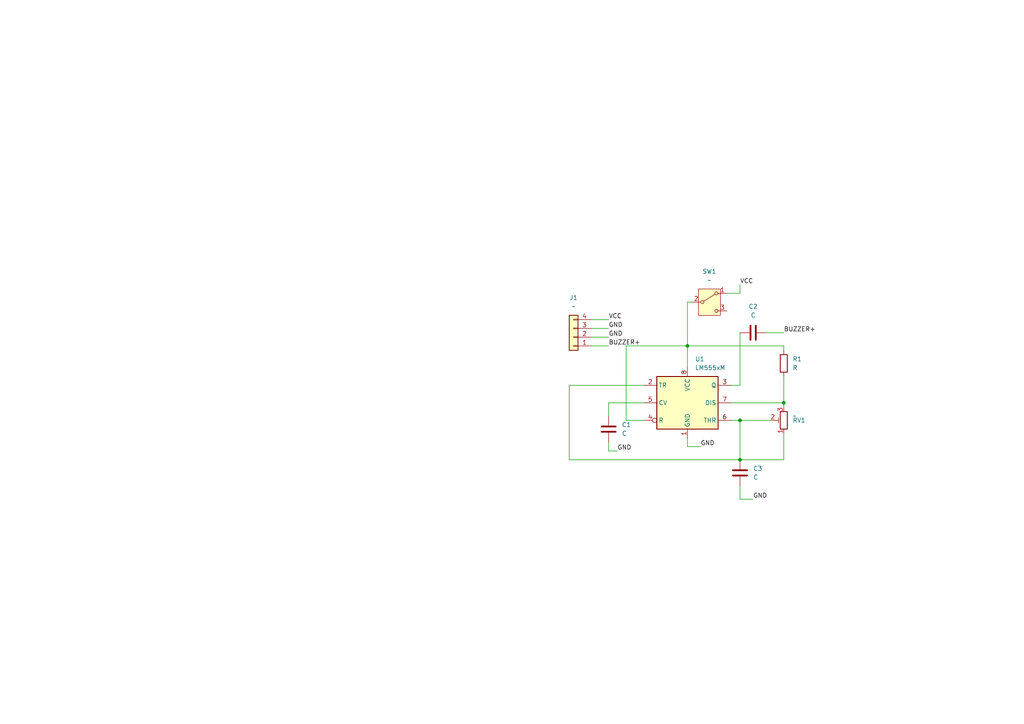
<source format=kicad_sch>
(kicad_sch
	(version 20231120)
	(generator "eeschema")
	(generator_version "8.0")
	(uuid "9b0d6cdd-9d89-4658-9c9d-0c07c20c4208")
	(paper "A4")
	(lib_symbols
		(symbol "Connector_Generic:Conn_01x04"
			(pin_names
				(offset 1.016) hide)
			(exclude_from_sim no)
			(in_bom yes)
			(on_board yes)
			(property "Reference" "J"
				(at 0 5.08 0)
				(effects
					(font
						(size 1.27 1.27)
					)
				)
			)
			(property "Value" "Conn_01x04"
				(at 0 -7.62 0)
				(effects
					(font
						(size 1.27 1.27)
					)
				)
			)
			(property "Footprint" ""
				(at 0 0 0)
				(effects
					(font
						(size 1.27 1.27)
					)
					(hide yes)
				)
			)
			(property "Datasheet" "~"
				(at 0 0 0)
				(effects
					(font
						(size 1.27 1.27)
					)
					(hide yes)
				)
			)
			(property "Description" "Generic connector, single row, 01x04, script generated (kicad-library-utils/schlib/autogen/connector/)"
				(at 0 0 0)
				(effects
					(font
						(size 1.27 1.27)
					)
					(hide yes)
				)
			)
			(property "ki_keywords" "connector"
				(at 0 0 0)
				(effects
					(font
						(size 1.27 1.27)
					)
					(hide yes)
				)
			)
			(property "ki_fp_filters" "Connector*:*_1x??_*"
				(at 0 0 0)
				(effects
					(font
						(size 1.27 1.27)
					)
					(hide yes)
				)
			)
			(symbol "Conn_01x04_1_1"
				(rectangle
					(start -1.27 -4.953)
					(end 0 -5.207)
					(stroke
						(width 0.1524)
						(type default)
					)
					(fill
						(type none)
					)
				)
				(rectangle
					(start -1.27 -2.413)
					(end 0 -2.667)
					(stroke
						(width 0.1524)
						(type default)
					)
					(fill
						(type none)
					)
				)
				(rectangle
					(start -1.27 0.127)
					(end 0 -0.127)
					(stroke
						(width 0.1524)
						(type default)
					)
					(fill
						(type none)
					)
				)
				(rectangle
					(start -1.27 2.667)
					(end 0 2.413)
					(stroke
						(width 0.1524)
						(type default)
					)
					(fill
						(type none)
					)
				)
				(rectangle
					(start -1.27 3.81)
					(end 1.27 -6.35)
					(stroke
						(width 0.254)
						(type default)
					)
					(fill
						(type background)
					)
				)
				(pin passive line
					(at -5.08 2.54 0)
					(length 3.81)
					(name "Pin_1"
						(effects
							(font
								(size 1.27 1.27)
							)
						)
					)
					(number "1"
						(effects
							(font
								(size 1.27 1.27)
							)
						)
					)
				)
				(pin passive line
					(at -5.08 0 0)
					(length 3.81)
					(name "Pin_2"
						(effects
							(font
								(size 1.27 1.27)
							)
						)
					)
					(number "2"
						(effects
							(font
								(size 1.27 1.27)
							)
						)
					)
				)
				(pin passive line
					(at -5.08 -2.54 0)
					(length 3.81)
					(name "Pin_3"
						(effects
							(font
								(size 1.27 1.27)
							)
						)
					)
					(number "3"
						(effects
							(font
								(size 1.27 1.27)
							)
						)
					)
				)
				(pin passive line
					(at -5.08 -5.08 0)
					(length 3.81)
					(name "Pin_4"
						(effects
							(font
								(size 1.27 1.27)
							)
						)
					)
					(number "4"
						(effects
							(font
								(size 1.27 1.27)
							)
						)
					)
				)
			)
		)
		(symbol "Device:C"
			(pin_numbers hide)
			(pin_names
				(offset 0.254)
			)
			(exclude_from_sim no)
			(in_bom yes)
			(on_board yes)
			(property "Reference" "C"
				(at 0.635 2.54 0)
				(effects
					(font
						(size 1.27 1.27)
					)
					(justify left)
				)
			)
			(property "Value" "C"
				(at 0.635 -2.54 0)
				(effects
					(font
						(size 1.27 1.27)
					)
					(justify left)
				)
			)
			(property "Footprint" ""
				(at 0.9652 -3.81 0)
				(effects
					(font
						(size 1.27 1.27)
					)
					(hide yes)
				)
			)
			(property "Datasheet" "~"
				(at 0 0 0)
				(effects
					(font
						(size 1.27 1.27)
					)
					(hide yes)
				)
			)
			(property "Description" "Unpolarized capacitor"
				(at 0 0 0)
				(effects
					(font
						(size 1.27 1.27)
					)
					(hide yes)
				)
			)
			(property "ki_keywords" "cap capacitor"
				(at 0 0 0)
				(effects
					(font
						(size 1.27 1.27)
					)
					(hide yes)
				)
			)
			(property "ki_fp_filters" "C_*"
				(at 0 0 0)
				(effects
					(font
						(size 1.27 1.27)
					)
					(hide yes)
				)
			)
			(symbol "C_0_1"
				(polyline
					(pts
						(xy -2.032 -0.762) (xy 2.032 -0.762)
					)
					(stroke
						(width 0.508)
						(type default)
					)
					(fill
						(type none)
					)
				)
				(polyline
					(pts
						(xy -2.032 0.762) (xy 2.032 0.762)
					)
					(stroke
						(width 0.508)
						(type default)
					)
					(fill
						(type none)
					)
				)
			)
			(symbol "C_1_1"
				(pin passive line
					(at 0 3.81 270)
					(length 2.794)
					(name "~"
						(effects
							(font
								(size 1.27 1.27)
							)
						)
					)
					(number "1"
						(effects
							(font
								(size 1.27 1.27)
							)
						)
					)
				)
				(pin passive line
					(at 0 -3.81 90)
					(length 2.794)
					(name "~"
						(effects
							(font
								(size 1.27 1.27)
							)
						)
					)
					(number "2"
						(effects
							(font
								(size 1.27 1.27)
							)
						)
					)
				)
			)
		)
		(symbol "Device:R"
			(pin_numbers hide)
			(pin_names
				(offset 0)
			)
			(exclude_from_sim no)
			(in_bom yes)
			(on_board yes)
			(property "Reference" "R"
				(at 2.032 0 90)
				(effects
					(font
						(size 1.27 1.27)
					)
				)
			)
			(property "Value" "R"
				(at 0 0 90)
				(effects
					(font
						(size 1.27 1.27)
					)
				)
			)
			(property "Footprint" ""
				(at -1.778 0 90)
				(effects
					(font
						(size 1.27 1.27)
					)
					(hide yes)
				)
			)
			(property "Datasheet" "~"
				(at 0 0 0)
				(effects
					(font
						(size 1.27 1.27)
					)
					(hide yes)
				)
			)
			(property "Description" "Resistor"
				(at 0 0 0)
				(effects
					(font
						(size 1.27 1.27)
					)
					(hide yes)
				)
			)
			(property "ki_keywords" "R res resistor"
				(at 0 0 0)
				(effects
					(font
						(size 1.27 1.27)
					)
					(hide yes)
				)
			)
			(property "ki_fp_filters" "R_*"
				(at 0 0 0)
				(effects
					(font
						(size 1.27 1.27)
					)
					(hide yes)
				)
			)
			(symbol "R_0_1"
				(rectangle
					(start -1.016 -2.54)
					(end 1.016 2.54)
					(stroke
						(width 0.254)
						(type default)
					)
					(fill
						(type none)
					)
				)
			)
			(symbol "R_1_1"
				(pin passive line
					(at 0 3.81 270)
					(length 1.27)
					(name "~"
						(effects
							(font
								(size 1.27 1.27)
							)
						)
					)
					(number "1"
						(effects
							(font
								(size 1.27 1.27)
							)
						)
					)
				)
				(pin passive line
					(at 0 -3.81 90)
					(length 1.27)
					(name "~"
						(effects
							(font
								(size 1.27 1.27)
							)
						)
					)
					(number "2"
						(effects
							(font
								(size 1.27 1.27)
							)
						)
					)
				)
			)
		)
		(symbol "Device:R_Potentiometer_Trim"
			(pin_names
				(offset 1.016) hide)
			(exclude_from_sim no)
			(in_bom yes)
			(on_board yes)
			(property "Reference" "RV"
				(at -4.445 0 90)
				(effects
					(font
						(size 1.27 1.27)
					)
				)
			)
			(property "Value" "R_Potentiometer_Trim"
				(at -2.54 0 90)
				(effects
					(font
						(size 1.27 1.27)
					)
				)
			)
			(property "Footprint" ""
				(at 0 0 0)
				(effects
					(font
						(size 1.27 1.27)
					)
					(hide yes)
				)
			)
			(property "Datasheet" "~"
				(at 0 0 0)
				(effects
					(font
						(size 1.27 1.27)
					)
					(hide yes)
				)
			)
			(property "Description" "Trim-potentiometer"
				(at 0 0 0)
				(effects
					(font
						(size 1.27 1.27)
					)
					(hide yes)
				)
			)
			(property "ki_keywords" "resistor variable trimpot trimmer"
				(at 0 0 0)
				(effects
					(font
						(size 1.27 1.27)
					)
					(hide yes)
				)
			)
			(property "ki_fp_filters" "Potentiometer*"
				(at 0 0 0)
				(effects
					(font
						(size 1.27 1.27)
					)
					(hide yes)
				)
			)
			(symbol "R_Potentiometer_Trim_0_1"
				(polyline
					(pts
						(xy 1.524 0.762) (xy 1.524 -0.762)
					)
					(stroke
						(width 0)
						(type default)
					)
					(fill
						(type none)
					)
				)
				(polyline
					(pts
						(xy 2.54 0) (xy 1.524 0)
					)
					(stroke
						(width 0)
						(type default)
					)
					(fill
						(type none)
					)
				)
				(rectangle
					(start 1.016 2.54)
					(end -1.016 -2.54)
					(stroke
						(width 0.254)
						(type default)
					)
					(fill
						(type none)
					)
				)
			)
			(symbol "R_Potentiometer_Trim_1_1"
				(pin passive line
					(at 0 3.81 270)
					(length 1.27)
					(name "1"
						(effects
							(font
								(size 1.27 1.27)
							)
						)
					)
					(number "1"
						(effects
							(font
								(size 1.27 1.27)
							)
						)
					)
				)
				(pin passive line
					(at 3.81 0 180)
					(length 1.27)
					(name "2"
						(effects
							(font
								(size 1.27 1.27)
							)
						)
					)
					(number "2"
						(effects
							(font
								(size 1.27 1.27)
							)
						)
					)
				)
				(pin passive line
					(at 0 -3.81 90)
					(length 1.27)
					(name "3"
						(effects
							(font
								(size 1.27 1.27)
							)
						)
					)
					(number "3"
						(effects
							(font
								(size 1.27 1.27)
							)
						)
					)
				)
			)
		)
		(symbol "Switch:SW_SPDT"
			(pin_names
				(offset 0) hide)
			(exclude_from_sim no)
			(in_bom yes)
			(on_board yes)
			(property "Reference" "SW"
				(at 0 5.08 0)
				(effects
					(font
						(size 1.27 1.27)
					)
				)
			)
			(property "Value" "SW_SPDT"
				(at 0 -5.08 0)
				(effects
					(font
						(size 1.27 1.27)
					)
				)
			)
			(property "Footprint" ""
				(at 0 0 0)
				(effects
					(font
						(size 1.27 1.27)
					)
					(hide yes)
				)
			)
			(property "Datasheet" "~"
				(at 0 -7.62 0)
				(effects
					(font
						(size 1.27 1.27)
					)
					(hide yes)
				)
			)
			(property "Description" "Switch, single pole double throw"
				(at 0 0 0)
				(effects
					(font
						(size 1.27 1.27)
					)
					(hide yes)
				)
			)
			(property "ki_keywords" "switch single-pole double-throw spdt ON-ON"
				(at 0 0 0)
				(effects
					(font
						(size 1.27 1.27)
					)
					(hide yes)
				)
			)
			(symbol "SW_SPDT_0_1"
				(circle
					(center -2.032 0)
					(radius 0.4572)
					(stroke
						(width 0)
						(type default)
					)
					(fill
						(type none)
					)
				)
				(polyline
					(pts
						(xy -1.651 0.254) (xy 1.651 2.286)
					)
					(stroke
						(width 0)
						(type default)
					)
					(fill
						(type none)
					)
				)
				(circle
					(center 2.032 -2.54)
					(radius 0.4572)
					(stroke
						(width 0)
						(type default)
					)
					(fill
						(type none)
					)
				)
				(circle
					(center 2.032 2.54)
					(radius 0.4572)
					(stroke
						(width 0)
						(type default)
					)
					(fill
						(type none)
					)
				)
			)
			(symbol "SW_SPDT_1_1"
				(rectangle
					(start -3.175 3.81)
					(end 3.175 -3.81)
					(stroke
						(width 0)
						(type default)
					)
					(fill
						(type background)
					)
				)
				(pin passive line
					(at 5.08 2.54 180)
					(length 2.54)
					(name "A"
						(effects
							(font
								(size 1.27 1.27)
							)
						)
					)
					(number "1"
						(effects
							(font
								(size 1.27 1.27)
							)
						)
					)
				)
				(pin passive line
					(at -5.08 0 0)
					(length 2.54)
					(name "B"
						(effects
							(font
								(size 1.27 1.27)
							)
						)
					)
					(number "2"
						(effects
							(font
								(size 1.27 1.27)
							)
						)
					)
				)
				(pin passive line
					(at 5.08 -2.54 180)
					(length 2.54)
					(name "C"
						(effects
							(font
								(size 1.27 1.27)
							)
						)
					)
					(number "3"
						(effects
							(font
								(size 1.27 1.27)
							)
						)
					)
				)
			)
		)
		(symbol "Timer:LM555xM"
			(exclude_from_sim no)
			(in_bom yes)
			(on_board yes)
			(property "Reference" "U"
				(at -10.16 8.89 0)
				(effects
					(font
						(size 1.27 1.27)
					)
					(justify left)
				)
			)
			(property "Value" "LM555xM"
				(at 2.54 8.89 0)
				(effects
					(font
						(size 1.27 1.27)
					)
					(justify left)
				)
			)
			(property "Footprint" "Package_SO:SOIC-8_3.9x4.9mm_P1.27mm"
				(at 21.59 -10.16 0)
				(effects
					(font
						(size 1.27 1.27)
					)
					(hide yes)
				)
			)
			(property "Datasheet" "http://www.ti.com/lit/ds/symlink/lm555.pdf"
				(at 21.59 -10.16 0)
				(effects
					(font
						(size 1.27 1.27)
					)
					(hide yes)
				)
			)
			(property "Description" "Timer, 555 compatible, SOIC-8"
				(at 0 0 0)
				(effects
					(font
						(size 1.27 1.27)
					)
					(hide yes)
				)
			)
			(property "ki_keywords" "single timer 555"
				(at 0 0 0)
				(effects
					(font
						(size 1.27 1.27)
					)
					(hide yes)
				)
			)
			(property "ki_fp_filters" "SOIC*3.9x4.9mm*P1.27mm*"
				(at 0 0 0)
				(effects
					(font
						(size 1.27 1.27)
					)
					(hide yes)
				)
			)
			(symbol "LM555xM_0_0"
				(pin power_in line
					(at 0 -10.16 90)
					(length 2.54)
					(name "GND"
						(effects
							(font
								(size 1.27 1.27)
							)
						)
					)
					(number "1"
						(effects
							(font
								(size 1.27 1.27)
							)
						)
					)
				)
				(pin power_in line
					(at 0 10.16 270)
					(length 2.54)
					(name "VCC"
						(effects
							(font
								(size 1.27 1.27)
							)
						)
					)
					(number "8"
						(effects
							(font
								(size 1.27 1.27)
							)
						)
					)
				)
			)
			(symbol "LM555xM_0_1"
				(rectangle
					(start -8.89 -7.62)
					(end 8.89 7.62)
					(stroke
						(width 0.254)
						(type default)
					)
					(fill
						(type background)
					)
				)
				(rectangle
					(start -8.89 -7.62)
					(end 8.89 7.62)
					(stroke
						(width 0.254)
						(type default)
					)
					(fill
						(type background)
					)
				)
			)
			(symbol "LM555xM_1_1"
				(pin input line
					(at -12.7 5.08 0)
					(length 3.81)
					(name "TR"
						(effects
							(font
								(size 1.27 1.27)
							)
						)
					)
					(number "2"
						(effects
							(font
								(size 1.27 1.27)
							)
						)
					)
				)
				(pin output line
					(at 12.7 5.08 180)
					(length 3.81)
					(name "Q"
						(effects
							(font
								(size 1.27 1.27)
							)
						)
					)
					(number "3"
						(effects
							(font
								(size 1.27 1.27)
							)
						)
					)
				)
				(pin input inverted
					(at -12.7 -5.08 0)
					(length 3.81)
					(name "R"
						(effects
							(font
								(size 1.27 1.27)
							)
						)
					)
					(number "4"
						(effects
							(font
								(size 1.27 1.27)
							)
						)
					)
				)
				(pin input line
					(at -12.7 0 0)
					(length 3.81)
					(name "CV"
						(effects
							(font
								(size 1.27 1.27)
							)
						)
					)
					(number "5"
						(effects
							(font
								(size 1.27 1.27)
							)
						)
					)
				)
				(pin input line
					(at 12.7 -5.08 180)
					(length 3.81)
					(name "THR"
						(effects
							(font
								(size 1.27 1.27)
							)
						)
					)
					(number "6"
						(effects
							(font
								(size 1.27 1.27)
							)
						)
					)
				)
				(pin input line
					(at 12.7 0 180)
					(length 3.81)
					(name "DIS"
						(effects
							(font
								(size 1.27 1.27)
							)
						)
					)
					(number "7"
						(effects
							(font
								(size 1.27 1.27)
							)
						)
					)
				)
			)
		)
	)
	(junction
		(at 199.39 100.33)
		(diameter 0)
		(color 0 0 0 0)
		(uuid "4c39467b-0f44-4932-ace5-2cd0fc993199")
	)
	(junction
		(at 227.33 116.84)
		(diameter 0)
		(color 0 0 0 0)
		(uuid "78a709e3-c422-461c-82c9-858be76654cb")
	)
	(junction
		(at 214.63 133.35)
		(diameter 0)
		(color 0 0 0 0)
		(uuid "84617bf9-6fc1-4440-935c-f543237ee6eb")
	)
	(junction
		(at 214.63 121.92)
		(diameter 0)
		(color 0 0 0 0)
		(uuid "96be815c-134c-4f4e-a84d-9597ba087f6f")
	)
	(wire
		(pts
			(xy 214.63 133.35) (xy 165.1 133.35)
		)
		(stroke
			(width 0)
			(type default)
		)
		(uuid "0031d6fb-14c8-472d-b001-aa1088e7a64c")
	)
	(wire
		(pts
			(xy 214.63 111.76) (xy 214.63 96.52)
		)
		(stroke
			(width 0)
			(type default)
		)
		(uuid "01066833-2d95-4307-9bd4-10898b6fd892")
	)
	(wire
		(pts
			(xy 199.39 100.33) (xy 227.33 100.33)
		)
		(stroke
			(width 0)
			(type default)
		)
		(uuid "01467dfc-b034-4d5d-b6c8-841dd898fad2")
	)
	(wire
		(pts
			(xy 181.61 100.33) (xy 199.39 100.33)
		)
		(stroke
			(width 0)
			(type default)
		)
		(uuid "026106ff-55a0-4d6c-96be-b5f73684cd72")
	)
	(wire
		(pts
			(xy 165.1 133.35) (xy 165.1 111.76)
		)
		(stroke
			(width 0)
			(type default)
		)
		(uuid "0c076b9d-284d-4991-ac22-475643ee7dd9")
	)
	(wire
		(pts
			(xy 186.69 121.92) (xy 181.61 121.92)
		)
		(stroke
			(width 0)
			(type default)
		)
		(uuid "0fec1de8-b7ef-4caf-ac73-54757c04338d")
	)
	(wire
		(pts
			(xy 176.53 116.84) (xy 176.53 120.65)
		)
		(stroke
			(width 0)
			(type default)
		)
		(uuid "1d86e80f-5b1e-415e-8b4d-9ecbd80b28ad")
	)
	(wire
		(pts
			(xy 171.45 92.71) (xy 176.53 92.71)
		)
		(stroke
			(width 0)
			(type default)
		)
		(uuid "26abce32-4122-46c6-84ba-892a097a07a3")
	)
	(wire
		(pts
			(xy 212.09 121.92) (xy 214.63 121.92)
		)
		(stroke
			(width 0)
			(type default)
		)
		(uuid "2a9fb451-588c-4801-9d07-23c0c8be6481")
	)
	(wire
		(pts
			(xy 227.33 133.35) (xy 214.63 133.35)
		)
		(stroke
			(width 0)
			(type default)
		)
		(uuid "2c457b77-92e2-4c0c-9c67-a94ace4d2ade")
	)
	(wire
		(pts
			(xy 214.63 144.78) (xy 218.44 144.78)
		)
		(stroke
			(width 0)
			(type default)
		)
		(uuid "2dd38f6b-62f6-4f5c-b531-4023627bc188")
	)
	(wire
		(pts
			(xy 222.25 96.52) (xy 227.33 96.52)
		)
		(stroke
			(width 0)
			(type default)
		)
		(uuid "2e9db095-54d2-4915-bad1-816dc7bcc126")
	)
	(wire
		(pts
			(xy 199.39 87.63) (xy 200.66 87.63)
		)
		(stroke
			(width 0)
			(type default)
		)
		(uuid "378f0994-54c1-4a34-b33b-d99bb6258776")
	)
	(wire
		(pts
			(xy 171.45 95.25) (xy 176.53 95.25)
		)
		(stroke
			(width 0)
			(type default)
		)
		(uuid "39628047-bc53-42f5-9fbd-e0a609d40508")
	)
	(wire
		(pts
			(xy 199.39 129.54) (xy 203.2 129.54)
		)
		(stroke
			(width 0)
			(type default)
		)
		(uuid "3f37fa3d-6fe7-4c4a-8bf8-c19a90c15bf1")
	)
	(wire
		(pts
			(xy 227.33 116.84) (xy 227.33 118.11)
		)
		(stroke
			(width 0)
			(type default)
		)
		(uuid "44d52f50-076f-4388-b2f9-e5e4608d96a3")
	)
	(wire
		(pts
			(xy 210.82 85.09) (xy 214.63 85.09)
		)
		(stroke
			(width 0)
			(type default)
		)
		(uuid "493b64af-1437-4899-9fe4-6682723205ec")
	)
	(wire
		(pts
			(xy 227.33 125.73) (xy 227.33 133.35)
		)
		(stroke
			(width 0)
			(type default)
		)
		(uuid "6efb4f4d-5e7b-4bdc-85ba-50c517ccd3f5")
	)
	(wire
		(pts
			(xy 214.63 121.92) (xy 214.63 133.35)
		)
		(stroke
			(width 0)
			(type default)
		)
		(uuid "8027a9d9-c126-49f9-911d-8eed5ab3c22a")
	)
	(wire
		(pts
			(xy 227.33 100.33) (xy 227.33 101.6)
		)
		(stroke
			(width 0)
			(type default)
		)
		(uuid "97ea31c4-ebe0-40c5-86e5-62edc2a3c56b")
	)
	(wire
		(pts
			(xy 227.33 109.22) (xy 227.33 116.84)
		)
		(stroke
			(width 0)
			(type default)
		)
		(uuid "9b997db9-e742-4e21-8c4d-e5b579d182e3")
	)
	(wire
		(pts
			(xy 171.45 97.79) (xy 176.53 97.79)
		)
		(stroke
			(width 0)
			(type default)
		)
		(uuid "abcd70f9-238d-4d55-9e4e-49611dc151d3")
	)
	(wire
		(pts
			(xy 199.39 127) (xy 199.39 129.54)
		)
		(stroke
			(width 0)
			(type default)
		)
		(uuid "b0cd481a-d435-48da-8582-fbf9e04fe05f")
	)
	(wire
		(pts
			(xy 176.53 130.81) (xy 179.07 130.81)
		)
		(stroke
			(width 0)
			(type default)
		)
		(uuid "c9d75fd2-ea02-4125-bd5f-514c0eb747e0")
	)
	(wire
		(pts
			(xy 165.1 111.76) (xy 186.69 111.76)
		)
		(stroke
			(width 0)
			(type default)
		)
		(uuid "d0c19266-85e5-4e65-b00e-3274ad05933d")
	)
	(wire
		(pts
			(xy 214.63 121.92) (xy 223.52 121.92)
		)
		(stroke
			(width 0)
			(type default)
		)
		(uuid "d26cfeca-4fe4-4220-8d71-4a45e06d051c")
	)
	(wire
		(pts
			(xy 214.63 82.55) (xy 214.63 85.09)
		)
		(stroke
			(width 0)
			(type default)
		)
		(uuid "d3fc1211-0a2b-4a0b-89d8-2710d22773b9")
	)
	(wire
		(pts
			(xy 199.39 100.33) (xy 199.39 87.63)
		)
		(stroke
			(width 0)
			(type default)
		)
		(uuid "d9979541-583c-4dd9-878e-1135dfaafa98")
	)
	(wire
		(pts
			(xy 212.09 116.84) (xy 227.33 116.84)
		)
		(stroke
			(width 0)
			(type default)
		)
		(uuid "de75a7d6-4bc3-46b9-909a-3b3744f50019")
	)
	(wire
		(pts
			(xy 171.45 100.33) (xy 176.53 100.33)
		)
		(stroke
			(width 0)
			(type default)
		)
		(uuid "e2d0ab94-7f93-4f24-8e4d-497eed8bd9bb")
	)
	(wire
		(pts
			(xy 176.53 128.27) (xy 176.53 130.81)
		)
		(stroke
			(width 0)
			(type default)
		)
		(uuid "e46944d2-bb54-4855-86aa-b07d2dfcea4f")
	)
	(wire
		(pts
			(xy 186.69 116.84) (xy 176.53 116.84)
		)
		(stroke
			(width 0)
			(type default)
		)
		(uuid "ec742ba0-8bd1-41fa-b76b-765e46bcca68")
	)
	(wire
		(pts
			(xy 214.63 140.97) (xy 214.63 144.78)
		)
		(stroke
			(width 0)
			(type default)
		)
		(uuid "edd2c65a-3afc-4001-b34c-9e0b2f01053e")
	)
	(wire
		(pts
			(xy 181.61 121.92) (xy 181.61 100.33)
		)
		(stroke
			(width 0)
			(type default)
		)
		(uuid "f2bd1924-22fa-43e8-ac49-4de2b8654639")
	)
	(wire
		(pts
			(xy 212.09 111.76) (xy 214.63 111.76)
		)
		(stroke
			(width 0)
			(type default)
		)
		(uuid "fb5e79be-78fa-4376-8d31-2e46c07c62bb")
	)
	(wire
		(pts
			(xy 199.39 106.68) (xy 199.39 100.33)
		)
		(stroke
			(width 0)
			(type default)
		)
		(uuid "fd98d6eb-e50a-4ec8-81d8-ab00b0d445c7")
	)
	(label "GND"
		(at 179.07 130.81 0)
		(fields_autoplaced yes)
		(effects
			(font
				(size 1.27 1.27)
			)
			(justify left bottom)
		)
		(uuid "087323fd-b0e9-4e2c-ad20-861fbfdb1e2f")
	)
	(label "GND"
		(at 203.2 129.54 0)
		(fields_autoplaced yes)
		(effects
			(font
				(size 1.27 1.27)
			)
			(justify left bottom)
		)
		(uuid "68cd59ba-47bb-4cf7-9f45-6eed0dae7ea2")
	)
	(label "GND"
		(at 176.53 97.79 0)
		(fields_autoplaced yes)
		(effects
			(font
				(size 1.27 1.27)
			)
			(justify left bottom)
		)
		(uuid "8085bc60-50e7-4acb-a6fe-f2a5013b69ca")
	)
	(label "VCC"
		(at 214.63 82.55 0)
		(fields_autoplaced yes)
		(effects
			(font
				(size 1.27 1.27)
			)
			(justify left bottom)
		)
		(uuid "9b99f430-f2e9-4a1c-bcf7-5055da95dbec")
	)
	(label "BUZZER+"
		(at 227.33 96.52 0)
		(fields_autoplaced yes)
		(effects
			(font
				(size 1.27 1.27)
			)
			(justify left bottom)
		)
		(uuid "9f279897-f9ee-46ec-8fe0-fe51ab0f2479")
	)
	(label "BUZZER+"
		(at 176.53 100.33 0)
		(fields_autoplaced yes)
		(effects
			(font
				(size 1.27 1.27)
			)
			(justify left bottom)
		)
		(uuid "b0254a0d-ba1a-43b0-895f-f6fea01fca3b")
	)
	(label "GND"
		(at 176.53 95.25 0)
		(fields_autoplaced yes)
		(effects
			(font
				(size 1.27 1.27)
			)
			(justify left bottom)
		)
		(uuid "d14da314-2ced-4059-a1d5-aca26989f9a1")
	)
	(label "GND"
		(at 218.44 144.78 0)
		(fields_autoplaced yes)
		(effects
			(font
				(size 1.27 1.27)
			)
			(justify left bottom)
		)
		(uuid "e9e92d6f-5ef5-4ead-820a-7fa996b02464")
	)
	(label "VCC"
		(at 176.53 92.71 0)
		(fields_autoplaced yes)
		(effects
			(font
				(size 1.27 1.27)
			)
			(justify left bottom)
		)
		(uuid "f73cc10a-867e-4047-bb1c-93b569716283")
	)
	(symbol
		(lib_id "Timer:LM555xM")
		(at 199.39 116.84 0)
		(unit 1)
		(exclude_from_sim no)
		(in_bom yes)
		(on_board yes)
		(dnp no)
		(fields_autoplaced yes)
		(uuid "1413b197-19a7-4cb2-bfb4-98de76d0c67c")
		(property "Reference" "U1"
			(at 201.5841 104.14 0)
			(effects
				(font
					(size 1.27 1.27)
				)
				(justify left)
			)
		)
		(property "Value" "LM555xM"
			(at 201.5841 106.68 0)
			(effects
				(font
					(size 1.27 1.27)
				)
				(justify left)
			)
		)
		(property "Footprint" "Package_SO:SOIC-8_3.9x4.9mm_P1.27mm"
			(at 220.98 127 0)
			(effects
				(font
					(size 1.27 1.27)
				)
				(hide yes)
			)
		)
		(property "Datasheet" "http://www.ti.com/lit/ds/symlink/lm555.pdf"
			(at 220.98 127 0)
			(effects
				(font
					(size 1.27 1.27)
				)
				(hide yes)
			)
		)
		(property "Description" "Timer, 555 compatible, SOIC-8"
			(at 199.39 116.84 0)
			(effects
				(font
					(size 1.27 1.27)
				)
				(hide yes)
			)
		)
		(pin "6"
			(uuid "c8016d7b-7bb0-4f10-8083-eef3450dc69d")
		)
		(pin "7"
			(uuid "3046cc54-5d88-45cc-8f0d-f719946702bd")
		)
		(pin "1"
			(uuid "04504fe7-4652-4415-84c9-37f638852956")
		)
		(pin "2"
			(uuid "471babdb-9c7a-47f7-b93a-80fd01d94d48")
		)
		(pin "8"
			(uuid "559da2ad-4dc3-4135-bb5a-b25daa658ea5")
		)
		(pin "3"
			(uuid "0cd4478a-946b-42d8-8b2f-cc84dad5ce6f")
		)
		(pin "4"
			(uuid "9e4135a3-7ed8-41b1-9618-788d5cf5f240")
		)
		(pin "5"
			(uuid "199d6cad-6000-4eff-b3ad-621ef4d4f8f6")
		)
		(instances
			(project ""
				(path "/9b0d6cdd-9d89-4658-9c9d-0c07c20c4208"
					(reference "U1")
					(unit 1)
				)
			)
		)
	)
	(symbol
		(lib_id "Switch:SW_SPDT")
		(at 205.74 87.63 0)
		(unit 1)
		(exclude_from_sim no)
		(in_bom yes)
		(on_board yes)
		(dnp no)
		(fields_autoplaced yes)
		(uuid "16f54652-d8a5-488d-a9cf-f4a442b9c101")
		(property "Reference" "SW1"
			(at 205.74 78.74 0)
			(effects
				(font
					(size 1.27 1.27)
				)
			)
		)
		(property "Value" "~"
			(at 205.74 81.28 0)
			(effects
				(font
					(size 1.27 1.27)
				)
			)
		)
		(property "Footprint" "Button_Switch_SMD:SW_SPDT_PCM12"
			(at 205.74 87.63 0)
			(effects
				(font
					(size 1.27 1.27)
				)
				(hide yes)
			)
		)
		(property "Datasheet" "~"
			(at 205.74 95.25 0)
			(effects
				(font
					(size 1.27 1.27)
				)
				(hide yes)
			)
		)
		(property "Description" "Switch, single pole double throw"
			(at 205.74 87.63 0)
			(effects
				(font
					(size 1.27 1.27)
				)
				(hide yes)
			)
		)
		(pin "2"
			(uuid "2870331c-92de-498d-a4ba-eea671698948")
		)
		(pin "1"
			(uuid "316db9bd-4278-4fc5-9aef-d1ef7ee7568a")
		)
		(pin "3"
			(uuid "b578c764-2fa9-4e8a-99cd-81808cdbe66a")
		)
		(instances
			(project ""
				(path "/9b0d6cdd-9d89-4658-9c9d-0c07c20c4208"
					(reference "SW1")
					(unit 1)
				)
			)
		)
	)
	(symbol
		(lib_id "Device:R_Potentiometer_Trim")
		(at 227.33 121.92 180)
		(unit 1)
		(exclude_from_sim no)
		(in_bom yes)
		(on_board yes)
		(dnp no)
		(fields_autoplaced yes)
		(uuid "63ff462c-9998-435e-bbc9-4615b5bc7ae4")
		(property "Reference" "RV1"
			(at 229.87 121.9199 0)
			(effects
				(font
					(size 1.27 1.27)
				)
				(justify right)
			)
		)
		(property "Value" "~"
			(at 229.87 120.6501 0)
			(effects
				(font
					(size 1.27 1.27)
				)
				(justify right)
			)
		)
		(property "Footprint" "Potentiometer_SMD:Potentiometer_Bourns_TC33X_Vertical"
			(at 227.33 121.92 0)
			(effects
				(font
					(size 1.27 1.27)
				)
				(hide yes)
			)
		)
		(property "Datasheet" "~"
			(at 227.33 121.92 0)
			(effects
				(font
					(size 1.27 1.27)
				)
				(hide yes)
			)
		)
		(property "Description" "Trim-potentiometer"
			(at 227.33 121.92 0)
			(effects
				(font
					(size 1.27 1.27)
				)
				(hide yes)
			)
		)
		(pin "1"
			(uuid "2b1f3a38-4ecc-40a7-9a89-753213986ee4")
		)
		(pin "3"
			(uuid "476f7fcb-216d-43bb-9b01-d9e03e39bf8b")
		)
		(pin "2"
			(uuid "731ad9a9-8a33-42e6-9312-6806e9ef87f7")
		)
		(instances
			(project ""
				(path "/9b0d6cdd-9d89-4658-9c9d-0c07c20c4208"
					(reference "RV1")
					(unit 1)
				)
			)
		)
	)
	(symbol
		(lib_id "Device:C")
		(at 176.53 124.46 0)
		(unit 1)
		(exclude_from_sim no)
		(in_bom yes)
		(on_board yes)
		(dnp no)
		(fields_autoplaced yes)
		(uuid "6be90ee5-731f-4c99-bdda-ab79a877aa87")
		(property "Reference" "C1"
			(at 180.34 123.1899 0)
			(effects
				(font
					(size 1.27 1.27)
				)
				(justify left)
			)
		)
		(property "Value" "C"
			(at 180.34 125.7299 0)
			(effects
				(font
					(size 1.27 1.27)
				)
				(justify left)
			)
		)
		(property "Footprint" "Capacitor_SMD:C_1206_3216Metric"
			(at 177.4952 128.27 0)
			(effects
				(font
					(size 1.27 1.27)
				)
				(hide yes)
			)
		)
		(property "Datasheet" "~"
			(at 176.53 124.46 0)
			(effects
				(font
					(size 1.27 1.27)
				)
				(hide yes)
			)
		)
		(property "Description" "Unpolarized capacitor"
			(at 176.53 124.46 0)
			(effects
				(font
					(size 1.27 1.27)
				)
				(hide yes)
			)
		)
		(pin "1"
			(uuid "df86960c-b62f-4ac5-b8b7-8d65490ce468")
		)
		(pin "2"
			(uuid "b89744c3-db93-486a-bde6-1aa5ed201bfa")
		)
		(instances
			(project ""
				(path "/9b0d6cdd-9d89-4658-9c9d-0c07c20c4208"
					(reference "C1")
					(unit 1)
				)
			)
		)
	)
	(symbol
		(lib_id "Device:R")
		(at 227.33 105.41 0)
		(unit 1)
		(exclude_from_sim no)
		(in_bom yes)
		(on_board yes)
		(dnp no)
		(fields_autoplaced yes)
		(uuid "80ff1960-28db-4292-875d-a3dfa08ed84b")
		(property "Reference" "R1"
			(at 229.87 104.1399 0)
			(effects
				(font
					(size 1.27 1.27)
				)
				(justify left)
			)
		)
		(property "Value" "R"
			(at 229.87 106.6799 0)
			(effects
				(font
					(size 1.27 1.27)
				)
				(justify left)
			)
		)
		(property "Footprint" "Resistor_SMD:R_1206_3216Metric"
			(at 225.552 105.41 90)
			(effects
				(font
					(size 1.27 1.27)
				)
				(hide yes)
			)
		)
		(property "Datasheet" "~"
			(at 227.33 105.41 0)
			(effects
				(font
					(size 1.27 1.27)
				)
				(hide yes)
			)
		)
		(property "Description" "Resistor"
			(at 227.33 105.41 0)
			(effects
				(font
					(size 1.27 1.27)
				)
				(hide yes)
			)
		)
		(pin "1"
			(uuid "be916a1c-55d1-40c9-aee0-5b8724ff6ee8")
		)
		(pin "2"
			(uuid "6fa450ba-578f-447a-80a4-3384e2233564")
		)
		(instances
			(project ""
				(path "/9b0d6cdd-9d89-4658-9c9d-0c07c20c4208"
					(reference "R1")
					(unit 1)
				)
			)
		)
	)
	(symbol
		(lib_id "Device:C")
		(at 214.63 137.16 0)
		(unit 1)
		(exclude_from_sim no)
		(in_bom yes)
		(on_board yes)
		(dnp no)
		(fields_autoplaced yes)
		(uuid "b8e3109d-6d39-4c7f-9d11-46ca22fb7770")
		(property "Reference" "C3"
			(at 218.44 135.8899 0)
			(effects
				(font
					(size 1.27 1.27)
				)
				(justify left)
			)
		)
		(property "Value" "C"
			(at 218.44 138.4299 0)
			(effects
				(font
					(size 1.27 1.27)
				)
				(justify left)
			)
		)
		(property "Footprint" "Capacitor_SMD:C_1206_3216Metric"
			(at 215.5952 140.97 0)
			(effects
				(font
					(size 1.27 1.27)
				)
				(hide yes)
			)
		)
		(property "Datasheet" "~"
			(at 214.63 137.16 0)
			(effects
				(font
					(size 1.27 1.27)
				)
				(hide yes)
			)
		)
		(property "Description" "Unpolarized capacitor"
			(at 214.63 137.16 0)
			(effects
				(font
					(size 1.27 1.27)
				)
				(hide yes)
			)
		)
		(pin "1"
			(uuid "1e483d8a-9b4c-484e-87ee-85405d2a75ff")
		)
		(pin "2"
			(uuid "96002d67-bf69-4245-a089-773f25ec93ae")
		)
		(instances
			(project ""
				(path "/9b0d6cdd-9d89-4658-9c9d-0c07c20c4208"
					(reference "C3")
					(unit 1)
				)
			)
		)
	)
	(symbol
		(lib_id "Connector_Generic:Conn_01x04")
		(at 166.37 97.79 180)
		(unit 1)
		(exclude_from_sim no)
		(in_bom yes)
		(on_board yes)
		(dnp no)
		(fields_autoplaced yes)
		(uuid "cf26e5cc-cf0c-4bc2-a2eb-088ae8da451d")
		(property "Reference" "J1"
			(at 166.37 86.36 0)
			(effects
				(font
					(size 1.27 1.27)
				)
			)
		)
		(property "Value" "~"
			(at 166.37 88.9 0)
			(effects
				(font
					(size 1.27 1.27)
				)
			)
		)
		(property "Footprint" "Connector_PinHeader_2.54mm:PinHeader_1x04_P2.54mm_Horizontal"
			(at 166.37 97.79 0)
			(effects
				(font
					(size 1.27 1.27)
				)
				(hide yes)
			)
		)
		(property "Datasheet" "~"
			(at 166.37 97.79 0)
			(effects
				(font
					(size 1.27 1.27)
				)
				(hide yes)
			)
		)
		(property "Description" "Generic connector, single row, 01x04, script generated (kicad-library-utils/schlib/autogen/connector/)"
			(at 166.37 97.79 0)
			(effects
				(font
					(size 1.27 1.27)
				)
				(hide yes)
			)
		)
		(pin "3"
			(uuid "d9e4ffff-d35f-46da-a3b9-a3e20de5b34b")
		)
		(pin "1"
			(uuid "e86cf89e-c79a-4994-aeea-cab8e7e6a453")
		)
		(pin "4"
			(uuid "56327ce7-db59-4f08-a5e3-e10731c219e3")
		)
		(pin "2"
			(uuid "8bffdbf6-f990-4383-a844-21010ed3aa67")
		)
		(instances
			(project ""
				(path "/9b0d6cdd-9d89-4658-9c9d-0c07c20c4208"
					(reference "J1")
					(unit 1)
				)
			)
		)
	)
	(symbol
		(lib_id "Device:C")
		(at 218.44 96.52 90)
		(unit 1)
		(exclude_from_sim no)
		(in_bom yes)
		(on_board yes)
		(dnp no)
		(fields_autoplaced yes)
		(uuid "d3ad6fae-b40d-40b6-91fb-5e8f9021786e")
		(property "Reference" "C2"
			(at 218.44 88.9 90)
			(effects
				(font
					(size 1.27 1.27)
				)
			)
		)
		(property "Value" "C"
			(at 218.44 91.44 90)
			(effects
				(font
					(size 1.27 1.27)
				)
			)
		)
		(property "Footprint" "Capacitor_SMD:C_1206_3216Metric"
			(at 222.25 95.5548 0)
			(effects
				(font
					(size 1.27 1.27)
				)
				(hide yes)
			)
		)
		(property "Datasheet" "~"
			(at 218.44 96.52 0)
			(effects
				(font
					(size 1.27 1.27)
				)
				(hide yes)
			)
		)
		(property "Description" "Unpolarized capacitor"
			(at 218.44 96.52 0)
			(effects
				(font
					(size 1.27 1.27)
				)
				(hide yes)
			)
		)
		(pin "1"
			(uuid "6c189246-757b-490a-80be-102b6b8d3e88")
		)
		(pin "2"
			(uuid "964eaab0-d897-48f4-9da1-73002a5d7aa0")
		)
		(instances
			(project ""
				(path "/9b0d6cdd-9d89-4658-9c9d-0c07c20c4208"
					(reference "C2")
					(unit 1)
				)
			)
		)
	)
	(sheet_instances
		(path "/"
			(page "1")
		)
	)
)

</source>
